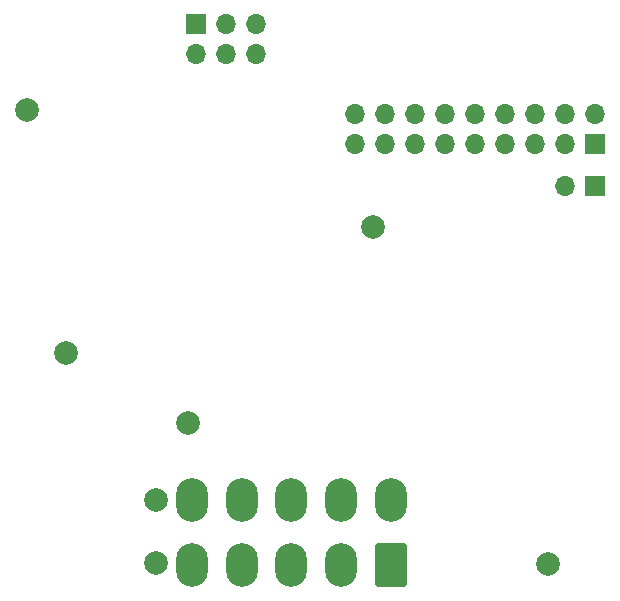
<source format=gbr>
G04 #@! TF.GenerationSoftware,KiCad,Pcbnew,9.0.0-rc2-6-ga1fa0bdb0b*
G04 #@! TF.CreationDate,2025-02-11T11:14:17+02:00*
G04 #@! TF.ProjectId,can_link_r1,63616e5f-6c69-46e6-9b5f-72312e6b6963,Rev 4*
G04 #@! TF.SameCoordinates,Original*
G04 #@! TF.FileFunction,Soldermask,Bot*
G04 #@! TF.FilePolarity,Negative*
%FSLAX46Y46*%
G04 Gerber Fmt 4.6, Leading zero omitted, Abs format (unit mm)*
G04 Created by KiCad (PCBNEW 9.0.0-rc2-6-ga1fa0bdb0b) date 2025-02-11 11:14:17*
%MOMM*%
%LPD*%
G01*
G04 APERTURE LIST*
G04 Aperture macros list*
%AMRoundRect*
0 Rectangle with rounded corners*
0 $1 Rounding radius*
0 $2 $3 $4 $5 $6 $7 $8 $9 X,Y pos of 4 corners*
0 Add a 4 corners polygon primitive as box body*
4,1,4,$2,$3,$4,$5,$6,$7,$8,$9,$2,$3,0*
0 Add four circle primitives for the rounded corners*
1,1,$1+$1,$2,$3*
1,1,$1+$1,$4,$5*
1,1,$1+$1,$6,$7*
1,1,$1+$1,$8,$9*
0 Add four rect primitives between the rounded corners*
20,1,$1+$1,$2,$3,$4,$5,0*
20,1,$1+$1,$4,$5,$6,$7,0*
20,1,$1+$1,$6,$7,$8,$9,0*
20,1,$1+$1,$8,$9,$2,$3,0*%
G04 Aperture macros list end*
%ADD10R,1.700000X1.700000*%
%ADD11O,1.700000X1.700000*%
%ADD12RoundRect,0.250001X1.099999X1.599999X-1.099999X1.599999X-1.099999X-1.599999X1.099999X-1.599999X0*%
%ADD13O,2.700000X3.700000*%
%ADD14C,2.000000*%
G04 APERTURE END LIST*
D10*
G04 #@! TO.C,J1*
X189255000Y-93393000D03*
D11*
X189255000Y-90853000D03*
X186715000Y-93393000D03*
X186715000Y-90853000D03*
X184175000Y-93393000D03*
X184175000Y-90853000D03*
X181635000Y-93393000D03*
X181635000Y-90853000D03*
X179095000Y-93393000D03*
X179095000Y-90853000D03*
X176555000Y-93393000D03*
X176555000Y-90853000D03*
X174015000Y-93393000D03*
X174015000Y-90853000D03*
X171475000Y-93393000D03*
X171475000Y-90853000D03*
X168935000Y-93393000D03*
X168935000Y-90853000D03*
G04 #@! TD*
D10*
G04 #@! TO.C,J2*
X189255000Y-96899000D03*
D11*
X186715000Y-96899000D03*
G04 #@! TD*
D12*
G04 #@! TO.C,J3*
X171925000Y-129000000D03*
D13*
X167725000Y-129000000D03*
X163525000Y-129000000D03*
X159325000Y-129000000D03*
X155125000Y-129000000D03*
X171925000Y-123500000D03*
X167725000Y-123500000D03*
X163525000Y-123500000D03*
X159325000Y-123500000D03*
X155125000Y-123500000D03*
G04 #@! TD*
D14*
G04 #@! TO.C,TP1*
X170400000Y-100380000D03*
G04 #@! TD*
G04 #@! TO.C,TP4*
X152050000Y-123475000D03*
G04 #@! TD*
D10*
G04 #@! TO.C,J4*
X155425000Y-83225000D03*
D11*
X155425000Y-85765000D03*
X157965000Y-83225000D03*
X157965000Y-85765000D03*
X160505000Y-83225000D03*
X160505000Y-85765000D03*
G04 #@! TD*
D14*
G04 #@! TO.C,TP6*
X141100000Y-90470000D03*
G04 #@! TD*
G04 #@! TO.C,TP3*
X144425000Y-111075000D03*
G04 #@! TD*
G04 #@! TO.C,TP7*
X185220000Y-128970000D03*
G04 #@! TD*
G04 #@! TO.C,TP2*
X154725000Y-116950000D03*
G04 #@! TD*
G04 #@! TO.C,TP5*
X152050000Y-128840000D03*
G04 #@! TD*
M02*

</source>
